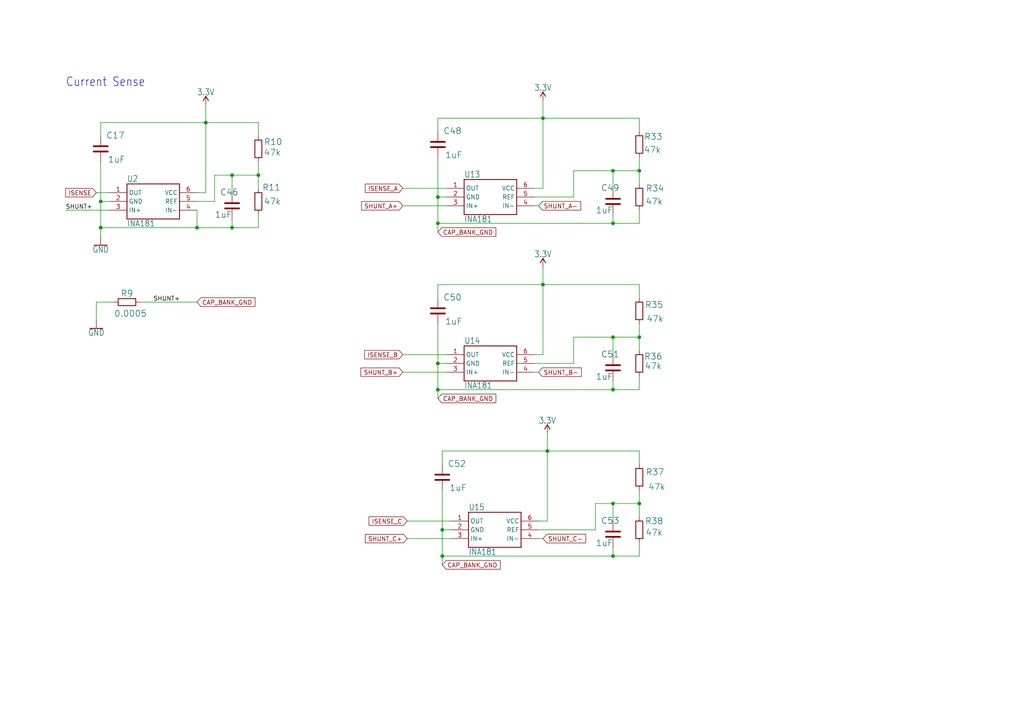
<source format=kicad_sch>
(kicad_sch (version 20231120) (generator "eeschema") (generator_version "8.0")
  (paper "A4")
  (lib_symbols
    (symbol "Component_Library:CHV1812N250105MXT" (pin_numbers hide) (pin_names (offset 0.254))
      (property "Reference" "C" (at 0.635 2.54 0))
      (property "Value" "CHV1812N250105MXT" (at 0.635 -2.54 0))
      (symbol "CHV1812N250105MXT_0_1"
        (polyline (pts (xy -2.032 -0.762) (xy 2.032 -0.762)) (stroke (width 0.508)))
        (polyline (pts (xy -2.032 0.762) (xy 2.032 0.762)) (stroke (width 0.508)))
      )
      (symbol "CHV1812N250105MXT_1_1"
        (pin passive line (at 0 3.81 270) (length 2.794) (name "~") (number "1"))
        (pin passive line (at 0 -3.81 90) (length 2.794) (name "~") (number "2"))
      )
    )
    (symbol "Component_Library:R0005" (pin_numbers hide) (pin_names (offset 0))
      (property "Reference" "R" (at 2.032 0 90))
      (property "Value" "e0005" (at 0 0 90))
      (symbol "R0005_0_1"
        (rectangle (start -1.016 -2.54) (end 1.016 2.54) (stroke (width 0.254)))
      )
      (symbol "R0005_1_1"
        (pin passive line (at 0 3.81 270) (length 1.27) (name "~") (number "1"))
        (pin passive line (at 0 -3.81 90) (length 1.27) (name "~") (number "2"))
      )
    )
    (symbol "Component_Library:R47k" (pin_numbers hide) (pin_names (offset 0))
      (property "Reference" "R" (at 2.032 0 90))
      (property "Value" "R47k" (at 0 0 90))
      (symbol "R47k_0_1"
        (rectangle (start -1.016 -2.54) (end 1.016 2.54) (stroke (width 0.254)))
      )
      (symbol "R47k_1_1"
        (pin passive line (at 0 3.81 270) (length 1.27) (name "~") (number "1"))
        (pin passive line (at 0 -3.81 90) (length 1.27) (name "~") (number "2"))
      )
    )
    (symbol "main-eagle-import:3.3V" (power)
      (symbol "3.3V_1_0"
        (polyline (pts (xy 0 2.54) (xy -0.762 1.27)) (stroke (width 0.254)))
        (polyline (pts (xy 0.762 1.27) (xy 0 2.54)) (stroke (width 0.254)))
        (pin power_in line (at 0 0 90) (length 2.54) (name "3.3V") (number "1"))
      )
    )
    (symbol "main-eagle-import:GND" (power)
      (symbol "GND_1_0"
        (polyline (pts (xy -1.905 0) (xy 1.905 0)) (stroke (width 0.254)))
        (pin power_in line (at 0 2.54 270) (length 2.54) (name "GND") (number "1"))
      )
    )
    (symbol "main-eagle-import:INA181"
      (symbol "INA181_1_0"
        (polyline (pts (xy -7.62 -5.08) (xy 7.62 -5.08)) (stroke (width 0.254)))
        (polyline (pts (xy -7.62 5.08) (xy -7.62 -5.08)) (stroke (width 0.254)))
        (polyline (pts (xy 7.62 -5.08) (xy 7.62 5.08)) (stroke (width 0.254)))
        (polyline (pts (xy 7.62 5.08) (xy -7.62 5.08)) (stroke (width 0.254)))
        (pin bidirectional line (at -12.7 2.54 0) (length 5.08) (name "OUT") (number "1"))
        (pin bidirectional line (at -12.7 0 0) (length 5.08) (name "GND") (number "2"))
        (pin bidirectional line (at -12.7 -2.54 0) (length 5.08) (name "IN+") (number "3"))
        (pin bidirectional line (at 12.7 -2.54 180) (length 5.08) (name "IN-") (number "4"))
        (pin bidirectional line (at 12.7 0 180) (length 5.08) (name "REF") (number "5"))
        (pin bidirectional line (at 12.7 2.54 180) (length 5.08) (name "VCC") (number "6"))
      )
    )
  )
  (junction (at 127 57.15))
  (junction (at 177.8 146.05))
  (junction (at 127 64.77))
  (junction (at 74.93 50.8))
  (junction (at 157.48 82.55))
  (junction (at 127 105.41))
  (junction (at 67.31 50.8))
  (junction (at 185.42 97.79))
  (junction (at 177.8 64.77))
  (junction (at 177.8 97.79))
  (junction (at 29.21 58.42))
  (junction (at 185.42 146.05))
  (junction (at 128.27 161.29))
  (junction (at 185.42 49.53))
  (junction (at 177.8 113.03))
  (junction (at 67.31 66.04))
  (junction (at 128.27 153.67))
  (junction (at 158.75 130.81))
  (junction (at 57.15 66.04))
  (junction (at 157.48 34.29))
  (junction (at 127 113.03))
  (junction (at 29.21 66.04))
  (junction (at 177.8 161.29))
  (junction (at 59.69 35.56))
  (junction (at 177.8 49.53))
  (wire (pts (xy 156.21 156.21) (xy 157.48 156.21)))
  (wire (pts (xy 157.48 34.29) (xy 157.48 54.61)) (stroke (width 0.1524)))
  (wire (pts (xy 177.8 54.61) (xy 177.8 49.53)) (stroke (width 0.1524)))
  (wire (pts (xy 29.21 66.04) (xy 29.21 68.58)) (stroke (width 0.1524)))
  (wire (pts (xy 177.8 64.77) (xy 185.42 64.77)) (stroke (width 0.1524)))
  (wire (pts (xy 185.42 52.07) (xy 185.42 53.34)))
  (wire (pts (xy 67.31 66.04) (xy 74.93 66.04)) (stroke (width 0.1524)))
  (wire (pts (xy 27.94 92.71) (xy 27.94 87.63)))
  (wire (pts (xy 29.21 35.56) (xy 59.69 35.56)))
  (wire (pts (xy 57.15 60.96) (xy 57.15 66.04)) (stroke (width 0.1524)))
  (wire (pts (xy 74.93 53.34) (xy 74.93 54.61)))
  (wire (pts (xy 127 113.03) (xy 127 115.57)) (stroke (width 0.1524)))
  (wire (pts (xy 158.75 151.13) (xy 156.21 151.13)) (stroke (width 0.1524)))
  (wire (pts (xy 127 45.72) (xy 127 57.15)))
  (wire (pts (xy 40.64 87.63) (xy 41.91 87.63)))
  (wire (pts (xy 27.94 87.63) (xy 33.02 87.63)))
  (wire (pts (xy 74.93 53.34) (xy 74.93 50.8)) (stroke (width 0.1524)))
  (wire (pts (xy 166.37 49.53) (xy 166.37 57.15)) (stroke (width 0.1524)))
  (wire (pts (xy 157.48 54.61) (xy 154.94 54.61)) (stroke (width 0.1524)))
  (wire (pts (xy 130.81 153.67) (xy 128.27 153.67)) (stroke (width 0.1524)))
  (wire (pts (xy 185.42 36.83) (xy 185.42 38.1)))
  (wire (pts (xy 57.15 66.04) (xy 29.21 66.04)) (stroke (width 0.1524)))
  (wire (pts (xy 128.27 142.24) (xy 128.27 153.67)))
  (wire (pts (xy 154.94 59.69) (xy 156.21 59.69)))
  (wire (pts (xy 129.54 57.15) (xy 127 57.15)) (stroke (width 0.1524)))
  (wire (pts (xy 31.75 55.88) (xy 27.94 55.88)) (stroke (width 0.1524)))
  (wire (pts (xy 166.37 105.41) (xy 154.94 105.41)) (stroke (width 0.1524)))
  (wire (pts (xy 177.8 97.79) (xy 185.42 97.79)) (stroke (width 0.1524)))
  (wire (pts (xy 185.42 148.59) (xy 185.42 146.05)) (stroke (width 0.1524)))
  (wire (pts (xy 185.42 82.55) (xy 157.48 82.55)) (stroke (width 0.1524)))
  (wire (pts (xy 127 93.98) (xy 127 105.41)))
  (wire (pts (xy 67.31 50.8) (xy 62.23 50.8)) (stroke (width 0.1524)))
  (wire (pts (xy 185.42 34.29) (xy 157.48 34.29)) (stroke (width 0.1524)))
  (wire (pts (xy 31.75 58.42) (xy 29.21 58.42)) (stroke (width 0.1524)))
  (wire (pts (xy 177.8 102.87) (xy 177.8 97.79)) (stroke (width 0.1524)))
  (wire (pts (xy 158.75 125.73) (xy 158.75 130.81)) (stroke (width 0.1524)))
  (wire (pts (xy 129.54 105.41) (xy 127 105.41)) (stroke (width 0.1524)))
  (wire (pts (xy 166.37 57.15) (xy 154.94 57.15)) (stroke (width 0.1524)))
  (wire (pts (xy 59.69 35.56) (xy 59.69 55.88)) (stroke (width 0.1524)))
  (wire (pts (xy 185.42 133.35) (xy 185.42 130.81)) (stroke (width 0.1524)))
  (wire (pts (xy 67.31 55.88) (xy 67.31 50.8)) (stroke (width 0.1524)))
  (wire (pts (xy 177.8 113.03) (xy 185.42 113.03)) (stroke (width 0.1524)))
  (wire (pts (xy 157.48 82.55) (xy 157.48 102.87)) (stroke (width 0.1524)))
  (wire (pts (xy 130.81 151.13) (xy 118.11 151.13)) (stroke (width 0.1524)))
  (wire (pts (xy 29.21 39.37) (xy 29.21 35.56)))
  (wire (pts (xy 129.54 107.95) (xy 116.84 107.95)) (stroke (width 0.1524)))
  (wire (pts (xy 127 34.29) (xy 157.48 34.29)))
  (wire (pts (xy 177.8 151.13) (xy 177.8 146.05)) (stroke (width 0.1524)))
  (wire (pts (xy 74.93 46.99) (xy 74.93 50.8)) (stroke (width 0.1524)))
  (wire (pts (xy 166.37 97.79) (xy 166.37 105.41)) (stroke (width 0.1524)))
  (wire (pts (xy 185.42 93.98) (xy 185.42 97.79)) (stroke (width 0.1524)))
  (wire (pts (xy 128.27 161.29) (xy 177.8 161.29)) (stroke (width 0.1524)))
  (wire (pts (xy 128.27 134.62) (xy 128.27 130.81)))
  (wire (pts (xy 172.72 146.05) (xy 172.72 153.67)) (stroke (width 0.1524)))
  (wire (pts (xy 177.8 146.05) (xy 172.72 146.05)) (stroke (width 0.1524)))
  (wire (pts (xy 74.93 35.56) (xy 59.69 35.56)) (stroke (width 0.1524)))
  (wire (pts (xy 177.8 49.53) (xy 166.37 49.53)) (stroke (width 0.1524)))
  (wire (pts (xy 185.42 52.07) (xy 185.42 49.53)) (stroke (width 0.1524)))
  (wire (pts (xy 185.42 109.22) (xy 185.42 113.03)) (stroke (width 0.1524)))
  (wire (pts (xy 157.48 29.21) (xy 157.48 34.29)) (stroke (width 0.1524)))
  (wire (pts (xy 67.31 50.8) (xy 74.93 50.8)) (stroke (width 0.1524)))
  (wire (pts (xy 29.21 46.99) (xy 29.21 58.42)))
  (wire (pts (xy 127 64.77) (xy 177.8 64.77)) (stroke (width 0.1524)))
  (wire (pts (xy 157.48 102.87) (xy 154.94 102.87)) (stroke (width 0.1524)))
  (wire (pts (xy 74.93 38.1) (xy 74.93 35.56)) (stroke (width 0.1524)))
  (wire (pts (xy 185.42 148.59) (xy 185.42 149.86)))
  (wire (pts (xy 74.93 38.1) (xy 74.93 39.37)))
  (wire (pts (xy 128.27 161.29) (xy 128.27 163.83)) (stroke (width 0.1524)))
  (wire (pts (xy 31.75 60.96) (xy 19.05 60.96)) (stroke (width 0.1524)))
  (wire (pts (xy 185.42 100.33) (xy 185.42 101.6)))
  (wire (pts (xy 185.42 100.33) (xy 185.42 97.79)) (stroke (width 0.1524)))
  (wire (pts (xy 74.93 62.23) (xy 74.93 66.04)) (stroke (width 0.1524)))
  (wire (pts (xy 62.23 50.8) (xy 62.23 58.42)) (stroke (width 0.1524)))
  (wire (pts (xy 185.42 130.81) (xy 158.75 130.81)) (stroke (width 0.1524)))
  (wire (pts (xy 127 57.15) (xy 127 64.77)) (stroke (width 0.1524)))
  (wire (pts (xy 62.23 58.42) (xy 57.15 58.42)) (stroke (width 0.1524)))
  (wire (pts (xy 177.8 161.29) (xy 185.42 161.29)) (stroke (width 0.1524)))
  (wire (pts (xy 177.8 62.23) (xy 177.8 64.77)))
  (wire (pts (xy 177.8 49.53) (xy 185.42 49.53)) (stroke (width 0.1524)))
  (wire (pts (xy 177.8 158.75) (xy 177.8 161.29)))
  (wire (pts (xy 29.21 58.42) (xy 29.21 66.04)) (stroke (width 0.1524)))
  (wire (pts (xy 185.42 157.48) (xy 185.42 161.29)) (stroke (width 0.1524)))
  (wire (pts (xy 185.42 85.09) (xy 185.42 82.55)) (stroke (width 0.1524)))
  (wire (pts (xy 185.42 60.96) (xy 185.42 64.77)) (stroke (width 0.1524)))
  (wire (pts (xy 185.42 142.24) (xy 185.42 146.05)) (stroke (width 0.1524)))
  (wire (pts (xy 177.8 110.49) (xy 177.8 113.03)))
  (wire (pts (xy 154.94 107.95) (xy 156.21 107.95)))
  (wire (pts (xy 59.69 55.88) (xy 57.15 55.88)) (stroke (width 0.1524)))
  (wire (pts (xy 177.8 146.05) (xy 185.42 146.05)) (stroke (width 0.1524)))
  (wire (pts (xy 129.54 54.61) (xy 116.84 54.61)) (stroke (width 0.1524)))
  (wire (pts (xy 127 64.77) (xy 127 67.31)) (stroke (width 0.1524)))
  (wire (pts (xy 127 38.1) (xy 127 34.29)))
  (wire (pts (xy 157.48 77.47) (xy 157.48 82.55)) (stroke (width 0.1524)))
  (wire (pts (xy 185.42 133.35) (xy 185.42 134.62)))
  (wire (pts (xy 172.72 153.67) (xy 156.21 153.67)) (stroke (width 0.1524)))
  (wire (pts (xy 128.27 153.67) (xy 128.27 161.29)) (stroke (width 0.1524)))
  (wire (pts (xy 185.42 45.72) (xy 185.42 49.53)) (stroke (width 0.1524)))
  (wire (pts (xy 57.15 66.04) (xy 67.31 66.04)) (stroke (width 0.1524)))
  (wire (pts (xy 41.91 87.63) (xy 57.15 87.63)) (stroke (width 0.1524)))
  (wire (pts (xy 127 105.41) (xy 127 113.03)) (stroke (width 0.1524)))
  (wire (pts (xy 158.75 130.81) (xy 158.75 151.13)) (stroke (width 0.1524)))
  (wire (pts (xy 177.8 97.79) (xy 166.37 97.79)) (stroke (width 0.1524)))
  (wire (pts (xy 130.81 156.21) (xy 118.11 156.21)) (stroke (width 0.1524)))
  (wire (pts (xy 185.42 85.09) (xy 185.42 86.36)))
  (wire (pts (xy 59.69 30.48) (xy 59.69 35.56)) (stroke (width 0.1524)))
  (wire (pts (xy 185.42 36.83) (xy 185.42 34.29)) (stroke (width 0.1524)))
  (wire (pts (xy 129.54 59.69) (xy 116.84 59.69)) (stroke (width 0.1524)))
  (wire (pts (xy 129.54 102.87) (xy 116.84 102.87)) (stroke (width 0.1524)))
  (wire (pts (xy 67.31 63.5) (xy 67.31 66.04)))
  (wire (pts (xy 128.27 130.81) (xy 158.75 130.81)))
  (wire (pts (xy 127 113.03) (xy 177.8 113.03)) (stroke (width 0.1524)))
  (wire (pts (xy 127 82.55) (xy 157.48 82.55)))
  (wire (pts (xy 127 86.36) (xy 127 82.55)))
  (text "Current Sense" (at 19.05 25.4 0) (effects (font (size 2.54 2.159)) (justify left bottom)))
  (label "SHUNT+" (at 44.45 87.63 0) (effects (font (size 1.2446 1.2446))))
  (label "SHUNT+" (at 19.05 60.96 0) (effects (font (size 1.2446 1.2446))))
  (global_label "ISENSE_A" (shape input) (at 116.84 54.61 180) (effects (font (size 1.2446 1.2446))) (property "Intersheetrefs" "${INTERSHEET_REFS}" (effects (hide yes))))
  (global_label "CAP_BANK_GND" (shape input) (at 127 67.31 0) (property "Intersheetrefs" "${INTERSHEET_REFS}" (effects (hide yes))))
  (global_label "SHUNT_A-" (shape input) (at 156.21 59.69 0) (property "Intersheetrefs" "${INTERSHEET_REFS}" (effects (hide yes))))
  (global_label "SHUNT_A+" (shape input) (at 116.84 59.69 180) (effects (font (size 1.2446 1.2446))) (property "Intersheetrefs" "${INTERSHEET_REFS}" (effects (hide yes))))
  (global_label "CAP_BANK_GND" (shape input) (at 128.27 163.83 0) (property "Intersheetrefs" "${INTERSHEET_REFS}" (effects (hide yes))))
  (global_label "CAP_BANK_GND" (shape input) (at 57.15 87.63 0) (property "Intersheetrefs" "${INTERSHEET_REFS}" (effects (hide yes))))
  (global_label "ISENSE" (shape input) (at 27.94 55.88 180) (effects (font (size 1.2446 1.2446))) (property "Intersheetrefs" "${INTERSHEET_REFS}" (effects (hide yes))))
  (global_label "SHUNT_C-" (shape input) (at 157.48 156.21 0) (property "Intersheetrefs" "${INTERSHEET_REFS}" (effects (hide yes))))
  (global_label "ISENSE_B" (shape input) (at 116.84 102.87 180) (effects (font (size 1.2446 1.2446))) (property "Intersheetrefs" "${INTERSHEET_REFS}" (effects (hide yes))))
  (global_label "SHUNT_B+" (shape input) (at 116.84 107.95 180) (effects (font (size 1.2446 1.2446))) (property "Intersheetrefs" "${INTERSHEET_REFS}" (effects (hide yes))))
  (global_label "SHUNT_B-" (shape input) (at 156.21 107.95 0) (property "Intersheetrefs" "${INTERSHEET_REFS}" (effects (hide yes))))
  (global_label "CAP_BANK_GND" (shape input) (at 127 115.57 0) (property "Intersheetrefs" "${INTERSHEET_REFS}" (effects (hide yes))))
  (global_label "SHUNT_C+" (shape input) (at 118.11 156.21 180) (effects (font (size 1.2446 1.2446))) (property "Intersheetrefs" "${INTERSHEET_REFS}" (effects (hide yes))))
  (global_label "ISENSE_C" (shape input) (at 118.11 151.13 180) (effects (font (size 1.2446 1.2446))) (property "Intersheetrefs" "${INTERSHEET_REFS}" (effects (hide yes))))
  (symbol (lib_id "main-eagle-import:GND") (at 29.21 71.12 0) (unit 1)
    (property "Reference" "#GND08" (effects (hide yes)))
    (property "Value" "GND" (at 29.21 71.374 0) (effects (font (size 1.778 1.5113)) (justify top)))
  )
  (symbol (lib_id "Component_Library:CHV1812N250105MXT") (at 127 41.91 0) (unit 1)
    (property "Reference" "C48" (at 128.524 38.989 0) (effects (font (size 1.778 1.778)) (justify left bottom)))
    (property "Value" "1uF" (at 129.032 45.974 0) (effects (font (size 1.778 1.778)) (justify left bottom)))
    (property "Footprint" "Capacitor_SMD:C_1812_4532Metric" (effects (hide yes)))
    (property "Datasheet" "https://88ce57.p3cdn1.secureserver.net/wp-content/uploads/2023/01/chv_series-1.pdf" (effects (hide yes)))
    (property "Description" "HVCAP1812 X7R 1UF 20% 250V" (effects (hide yes)))
  )
  (symbol (lib_id "Component_Library:R47k") (at 74.93 43.18 180) (unit 1)
    (property "Reference" "R10" (at 79.248 40.132 0) (effects (font (size 1.778 1.778)) (justify bottom)))
    (property "Value" "47k" (at 78.994 45.212 0) (effects (font (size 1.778 1.778)) (justify top)))
    (property "Footprint" "Resistor_SMD:R_1206_3216Metric" (effects (hide yes)))
    (property "Description" "Resistor" (effects (hide yes)))
  )
  (symbol (lib_id "Component_Library:CHV1812N250105MXT") (at 127 90.17 0) (unit 1)
    (property "Reference" "C50" (at 128.524 87.249 0) (effects (font (size 1.778 1.778)) (justify left bottom)))
    (property "Value" "1uF" (at 129.032 94.234 0) (effects (font (size 1.778 1.778)) (justify left bottom)))
    (property "Footprint" "Capacitor_SMD:C_1812_4532Metric" (effects (hide yes)))
    (property "Datasheet" "https://88ce57.p3cdn1.secureserver.net/wp-content/uploads/2023/01/chv_series-1.pdf" (effects (hide yes)))
    (property "Description" "HVCAP1812 X7R 1UF 20% 250V" (effects (hide yes)))
  )
  (symbol (lib_id "main-eagle-import:3.3V") (at 157.48 29.21 0) (unit 1)
    (property "Reference" "#SUPPLY017" (effects (hide yes)))
    (property "Value" "3.3V" (at 157.48 26.416 0) (effects (font (size 1.778 1.5113)) (justify bottom)))
  )
  (symbol (lib_id "Component_Library:R47k") (at 185.42 105.41 180) (unit 1)
    (property "Reference" "R36" (at 189.484 102.362 0) (effects (font (size 1.778 1.778)) (justify bottom)))
    (property "Value" "47k" (at 189.484 107.188 0) (effects (font (size 1.778 1.778)) (justify top)))
    (property "Footprint" "Resistor_SMD:R_1206_3216Metric" (effects (hide yes)))
    (property "Description" "Resistor" (effects (hide yes)))
  )
  (symbol (lib_id "Component_Library:R47k") (at 185.42 90.17 180) (unit 1)
    (property "Reference" "R35" (at 189.738 87.376 0) (effects (font (size 1.778 1.778)) (justify bottom)))
    (property "Value" "47k" (at 189.992 93.472 0) (effects (font (size 1.778 1.778)) (justify top)))
    (property "Footprint" "Resistor_SMD:R_1206_3216Metric" (effects (hide yes)))
    (property "Description" "Resistor" (effects (hide yes)))
  )
  (symbol (lib_id "main-eagle-import:3.3V") (at 158.75 125.73 0) (unit 1)
    (property "Reference" "#SUPPLY019" (effects (hide yes)))
    (property "Value" "3.3V" (at 158.75 122.936 0) (effects (font (size 1.778 1.5113)) (justify bottom)))
  )
  (symbol (lib_id "Component_Library:R0005") (at 36.83 87.63 90) (unit 1)
    (property "Reference" "R9" (at 36.83 84.074 90) (effects (font (size 1.778 1.778)) (justify bottom)))
    (property "Value" "0.0005" (at 37.846 91.948 90) (effects (font (size 1.778 1.778)) (justify top)))
    (property "Footprint" "Resistor_SMD:R_2512_6332Metric_Pad1.40x3.35mm_HandSolder" (effects (hide yes)))
    (property "Description" "Resistor" (effects (hide yes)))
  )
  (symbol (lib_id "Component_Library:R47k") (at 74.93 58.42 180) (unit 1)
    (property "Reference" "R11" (at 78.74 53.34 0) (effects (font (size 1.778 1.778)) (justify bottom)))
    (property "Value" "47k" (at 78.994 59.436 0) (effects (font (size 1.778 1.778)) (justify top)))
    (property "Footprint" "Resistor_SMD:R_1206_3216Metric" (effects (hide yes)))
    (property "Description" "Resistor" (effects (hide yes)))
  )
  (symbol (lib_id "main-eagle-import:INA181") (at 142.24 105.41 0) (unit 1)
    (property "Reference" "U14" (at 134.62 99.822 0) (effects (font (size 1.778 1.5113)) (justify left bottom)))
    (property "Value" "INA181" (at 134.62 112.776 0) (effects (font (size 1.778 1.5113)) (justify left bottom)))
    (property "Footprint" "main:SOT23-6" (effects (hide yes)))
  )
  (symbol (lib_id "main-eagle-import:INA181") (at 142.24 57.15 0) (unit 1)
    (property "Reference" "U13" (at 134.62 51.562 0) (effects (font (size 1.778 1.5113)) (justify left bottom)))
    (property "Value" "INA181" (at 134.62 64.516 0) (effects (font (size 1.778 1.5113)) (justify left bottom)))
    (property "Footprint" "main:SOT23-6" (effects (hide yes)))
  )
  (symbol (lib_id "Component_Library:R47k") (at 185.42 153.67 180) (unit 1)
    (property "Reference" "R38" (at 189.738 150.114 0) (effects (font (size 1.778 1.778)) (justify bottom)))
    (property "Value" "47k" (at 189.738 155.448 0) (effects (font (size 1.778 1.778)) (justify top)))
    (property "Footprint" "Resistor_SMD:R_1206_3216Metric" (effects (hide yes)))
    (property "Description" "Resistor" (effects (hide yes)))
  )
  (symbol (lib_id "main-eagle-import:INA181") (at 44.45 58.42 0) (unit 1)
    (property "Reference" "U2" (at 36.83 52.832 0) (effects (font (size 1.778 1.5113)) (justify left bottom)))
    (property "Value" "INA181" (at 36.83 65.786 0) (effects (font (size 1.778 1.5113)) (justify left bottom)))
    (property "Footprint" "main:SOT23-6" (effects (hide yes)))
  )
  (symbol (lib_id "main-eagle-import:3.3V") (at 59.69 30.48 0) (unit 1)
    (property "Reference" "#SUPPLY06" (effects (hide yes)))
    (property "Value" "3.3V" (at 59.69 27.686 0) (effects (font (size 1.778 1.5113)) (justify bottom)))
  )
  (symbol (lib_id "Component_Library:CHV1812N250105MXT") (at 177.8 58.42 0) (unit 1)
    (property "Reference" "C49" (at 174.244 55.499 0) (effects (font (size 1.778 1.778)) (justify left bottom)))
    (property "Value" "1uF" (at 172.72 61.976 0) (effects (font (size 1.778 1.778)) (justify left bottom)))
    (property "Footprint" "Capacitor_SMD:C_1812_4532Metric" (effects (hide yes)))
    (property "Datasheet" "https://88ce57.p3cdn1.secureserver.net/wp-content/uploads/2023/01/chv_series-1.pdf" (effects (hide yes)))
    (property "Description" "HVCAP1812 X7R 1UF 20% 250V" (effects (hide yes)))
  )
  (symbol (lib_id "Component_Library:R47k") (at 185.42 41.91 180) (unit 1)
    (property "Reference" "R33" (at 189.484 38.608 0) (effects (font (size 1.778 1.778)) (justify bottom)))
    (property "Value" "47k" (at 189.23 44.45 0) (effects (font (size 1.778 1.778)) (justify top)))
    (property "Footprint" "Resistor_SMD:R_1206_3216Metric" (effects (hide yes)))
    (property "Description" "Resistor" (effects (hide yes)))
  )
  (symbol (lib_id "main-eagle-import:INA181") (at 143.51 153.67 0) (unit 1)
    (property "Reference" "U15" (at 135.89 148.082 0) (effects (font (size 1.778 1.5113)) (justify left bottom)))
    (property "Value" "INA181" (at 135.89 161.036 0) (effects (font (size 1.778 1.5113)) (justify left bottom)))
    (property "Footprint" "main:SOT23-6" (effects (hide yes)))
  )
  (symbol (lib_id "main-eagle-import:GND") (at 27.94 95.25 0) (unit 1)
    (property "Reference" "#GND018" (effects (hide yes)))
    (property "Value" "GND" (at 27.94 95.504 0) (effects (font (size 1.778 1.5113)) (justify top)))
  )
  (symbol (lib_id "main-eagle-import:3.3V") (at 157.48 77.47 0) (unit 1)
    (property "Reference" "#SUPPLY018" (effects (hide yes)))
    (property "Value" "3.3V" (at 157.48 74.676 0) (effects (font (size 1.778 1.5113)) (justify bottom)))
  )
  (symbol (lib_id "Component_Library:R47k") (at 185.42 138.43 180) (unit 1)
    (property "Reference" "R37" (at 189.992 135.89 0) (effects (font (size 1.778 1.778)) (justify bottom)))
    (property "Value" "47k" (at 190.5 142.24 0) (effects (font (size 1.778 1.778)) (justify top)))
    (property "Footprint" "Resistor_SMD:R_1206_3216Metric" (effects (hide yes)))
    (property "Description" "Resistor" (effects (hide yes)))
  )
  (symbol (lib_id "Component_Library:CHV1812N250105MXT") (at 177.8 154.94 0) (unit 1)
    (property "Reference" "C53" (at 174.244 152.019 0) (effects (font (size 1.778 1.778)) (justify left bottom)))
    (property "Value" "1uF" (at 172.72 158.496 0) (effects (font (size 1.778 1.778)) (justify left bottom)))
    (property "Footprint" "Capacitor_SMD:C_1812_4532Metric" (effects (hide yes)))
    (property "Datasheet" "https://88ce57.p3cdn1.secureserver.net/wp-content/uploads/2023/01/chv_series-1.pdf" (effects (hide yes)))
    (property "Description" "HVCAP1812 X7R 1UF 20% 250V" (effects (hide yes)))
  )
  (symbol (lib_id "Component_Library:CHV1812N250105MXT") (at 128.27 138.43 0) (unit 1)
    (property "Reference" "C52" (at 129.794 135.509 0) (effects (font (size 1.778 1.778)) (justify left bottom)))
    (property "Value" "1uF" (at 130.302 142.494 0) (effects (font (size 1.778 1.778)) (justify left bottom)))
    (property "Footprint" "Capacitor_SMD:C_1812_4532Metric" (effects (hide yes)))
    (property "Datasheet" "https://88ce57.p3cdn1.secureserver.net/wp-content/uploads/2023/01/chv_series-1.pdf" (effects (hide yes)))
    (property "Description" "HVCAP1812 X7R 1UF 20% 250V" (effects (hide yes)))
  )
  (symbol (lib_id "Component_Library:CHV1812N250105MXT") (at 177.8 106.68 0) (unit 1)
    (property "Reference" "C51" (at 174.244 103.759 0) (effects (font (size 1.778 1.778)) (justify left bottom)))
    (property "Value" "1uF" (at 172.72 110.236 0) (effects (font (size 1.778 1.778)) (justify left bottom)))
    (property "Footprint" "Capacitor_SMD:C_1812_4532Metric" (effects (hide yes)))
    (property "Datasheet" "https://88ce57.p3cdn1.secureserver.net/wp-content/uploads/2023/01/chv_series-1.pdf" (effects (hide yes)))
    (property "Description" "HVCAP1812 X7R 1UF 20% 250V" (effects (hide yes)))
  )
  (symbol (lib_id "Component_Library:CHV1812N250105MXT") (at 29.21 43.18 0) (unit 1)
    (property "Reference" "C17" (at 30.734 40.259 0) (effects (font (size 1.778 1.778)) (justify left bottom)))
    (property "Value" "1uF" (at 31.242 47.244 0) (effects (font (size 1.778 1.778)) (justify left bottom)))
    (property "Footprint" "Capacitor_SMD:C_1812_4532Metric" (effects (hide yes)))
    (property "Datasheet" "https://88ce57.p3cdn1.secureserver.net/wp-content/uploads/2023/01/chv_series-1.pdf" (effects (hide yes)))
    (property "Description" "HVCAP1812 X7R 1UF 20% 250V" (effects (hide yes)))
  )
  (symbol (lib_id "Component_Library:R47k") (at 185.42 57.15 180) (unit 1)
    (property "Reference" "R34" (at 189.992 53.594 0) (effects (font (size 1.778 1.778)) (justify bottom)))
    (property "Value" "47k" (at 189.738 59.436 0) (effects (font (size 1.778 1.778)) (justify top)))
    (property "Footprint" "Resistor_SMD:R_1206_3216Metric" (effects (hide yes)))
    (property "Description" "Resistor" (effects (hide yes)))
  )
  (symbol (lib_id "Component_Library:CHV1812N250105MXT") (at 67.31 59.69 0) (unit 1)
    (property "Reference" "C46" (at 63.754 56.769 0) (effects (font (size 1.778 1.778)) (justify left bottom)))
    (property "Value" "1uF" (at 62.23 63.246 0) (effects (font (size 1.778 1.778)) (justify left bottom)))
    (property "Footprint" "Capacitor_SMD:C_1812_4532Metric" (effects (hide yes)))
    (property "Datasheet" "https://88ce57.p3cdn1.secureserver.net/wp-content/uploads/2023/01/chv_series-1.pdf" (effects (hide yes)))
    (property "Description" "HVCAP1812 X7R 1UF 20% 250V" (effects (hide yes)))
  )
)
</source>
